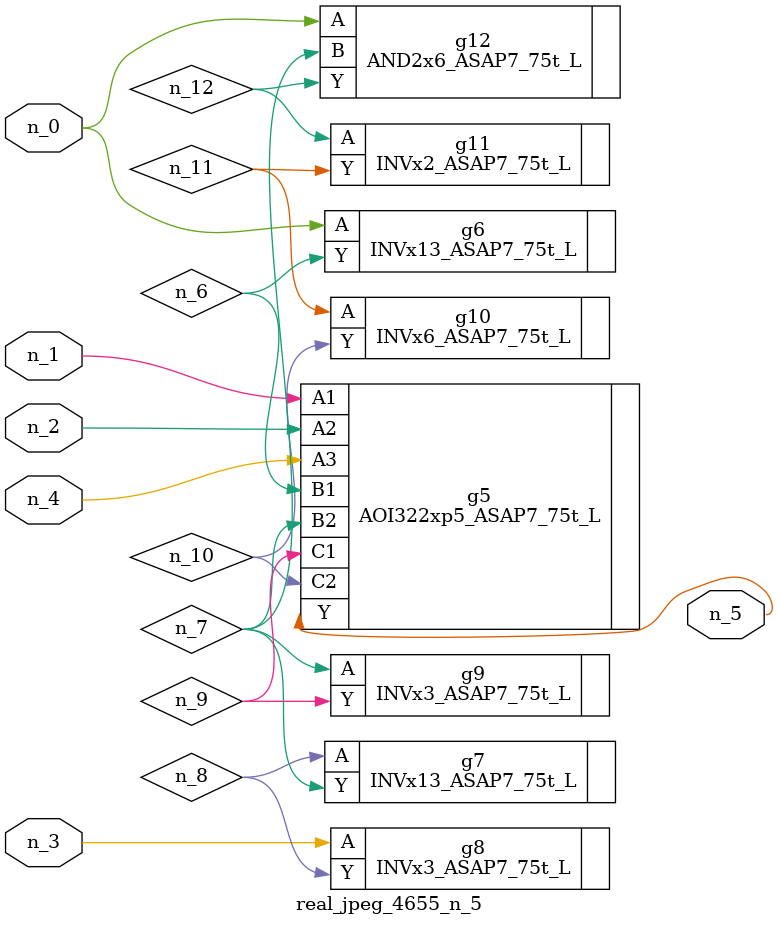
<source format=v>
module real_jpeg_4655_n_5 (n_4, n_0, n_1, n_2, n_3, n_5);

input n_4;
input n_0;
input n_1;
input n_2;
input n_3;

output n_5;

wire n_12;
wire n_8;
wire n_11;
wire n_6;
wire n_7;
wire n_10;
wire n_9;

INVx13_ASAP7_75t_L g6 ( 
.A(n_0),
.Y(n_6)
);

AND2x6_ASAP7_75t_L g12 ( 
.A(n_0),
.B(n_7),
.Y(n_12)
);

AOI322xp5_ASAP7_75t_L g5 ( 
.A1(n_1),
.A2(n_2),
.A3(n_4),
.B1(n_6),
.B2(n_7),
.C1(n_9),
.C2(n_10),
.Y(n_5)
);

INVx3_ASAP7_75t_L g8 ( 
.A(n_3),
.Y(n_8)
);

INVx3_ASAP7_75t_L g9 ( 
.A(n_7),
.Y(n_9)
);

INVx13_ASAP7_75t_L g7 ( 
.A(n_8),
.Y(n_7)
);

INVx6_ASAP7_75t_L g10 ( 
.A(n_11),
.Y(n_10)
);

INVx2_ASAP7_75t_L g11 ( 
.A(n_12),
.Y(n_11)
);


endmodule
</source>
